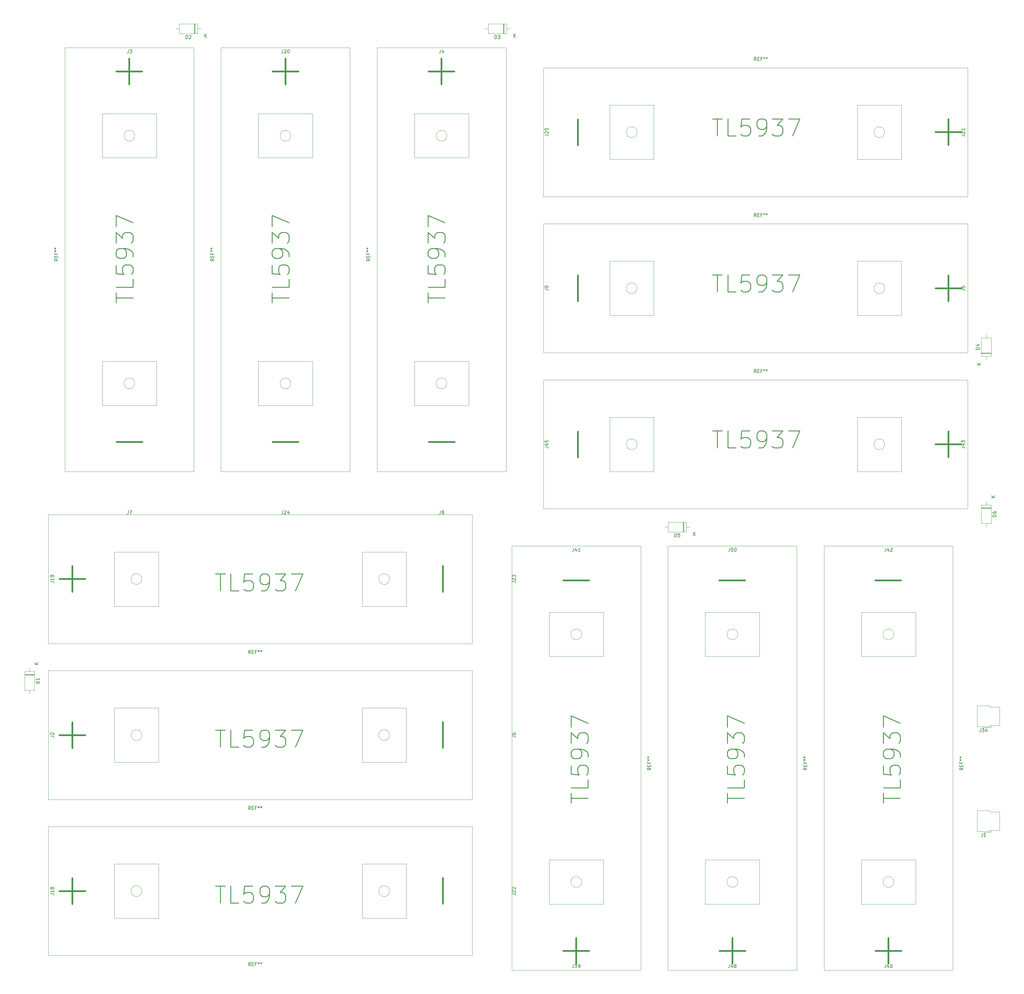
<source format=gbr>
G04 #@! TF.GenerationSoftware,KiCad,Pcbnew,5.1.4-e60b266~84~ubuntu18.04.1*
G04 #@! TF.CreationDate,2019-11-18T12:55:32-05:00*
G04 #@! TF.ProjectId,data_pod_battery_board,64617461-5f70-46f6-945f-626174746572,1*
G04 #@! TF.SameCoordinates,Original*
G04 #@! TF.FileFunction,Legend,Top*
G04 #@! TF.FilePolarity,Positive*
%FSLAX46Y46*%
G04 Gerber Fmt 4.6, Leading zero omitted, Abs format (unit mm)*
G04 Created by KiCad (PCBNEW 5.1.4-e60b266~84~ubuntu18.04.1) date 2019-11-18 12:55:32*
%MOMM*%
%LPD*%
G04 APERTURE LIST*
%ADD10C,0.120000*%
%ADD11C,0.150000*%
%ADD12C,0.250000*%
%ADD13C,0.500000*%
G04 APERTURE END LIST*
D10*
X397728152Y-199431848D02*
X394788152Y-199431848D01*
X397728152Y-199671848D02*
X394788152Y-199671848D01*
X397728152Y-199551848D02*
X394788152Y-199551848D01*
X396258152Y-205111848D02*
X396258152Y-204091848D01*
X396258152Y-197631848D02*
X396258152Y-198651848D01*
X397728152Y-204091848D02*
X397728152Y-198651848D01*
X394788152Y-204091848D02*
X397728152Y-204091848D01*
X394788152Y-198651848D02*
X394788152Y-204091848D01*
X397728152Y-198651848D02*
X394788152Y-198651848D01*
X307118152Y-206657848D02*
X307118152Y-203717848D01*
X306878152Y-206657848D02*
X306878152Y-203717848D01*
X306998152Y-206657848D02*
X306998152Y-203717848D01*
X301438152Y-205187848D02*
X302458152Y-205187848D01*
X308918152Y-205187848D02*
X307898152Y-205187848D01*
X302458152Y-206657848D02*
X307898152Y-206657848D01*
X302458152Y-203717848D02*
X302458152Y-206657848D01*
X307898152Y-203717848D02*
X302458152Y-203717848D01*
X307898152Y-206657848D02*
X307898152Y-203717848D01*
X139283152Y-228517848D02*
X152283152Y-228517848D01*
X152283152Y-228517848D02*
X152283152Y-212517848D01*
X139283152Y-212517848D02*
X152283152Y-212517848D01*
X139283152Y-228517848D02*
X139283152Y-212517848D01*
X220370652Y-220517848D02*
G75*
G03X220370652Y-220517848I-1587500J0D01*
G01*
X147370652Y-220517848D02*
G75*
G03X147370652Y-220517848I-1587500J0D01*
G01*
X119783152Y-239517848D02*
X244783152Y-239517848D01*
X244783152Y-201517848D02*
X244783152Y-239517848D01*
X119783152Y-201517848D02*
X244783152Y-201517848D01*
X119783152Y-239517848D02*
X119783152Y-201517848D01*
X212283152Y-228517848D02*
X212283152Y-212517848D01*
X212283152Y-212517848D02*
X225283152Y-212517848D01*
X225283152Y-228517848D02*
X225283152Y-212517848D01*
X212283152Y-228517848D02*
X225283152Y-228517848D01*
X139283152Y-274522848D02*
X152283152Y-274522848D01*
X152283152Y-274522848D02*
X152283152Y-258522848D01*
X139283152Y-258522848D02*
X152283152Y-258522848D01*
X139283152Y-274522848D02*
X139283152Y-258522848D01*
X220370652Y-266522848D02*
G75*
G03X220370652Y-266522848I-1587500J0D01*
G01*
X147370652Y-266522848D02*
G75*
G03X147370652Y-266522848I-1587500J0D01*
G01*
X119783152Y-285522848D02*
X244783152Y-285522848D01*
X244783152Y-247522848D02*
X244783152Y-285522848D01*
X119783152Y-247522848D02*
X244783152Y-247522848D01*
X119783152Y-285522848D02*
X119783152Y-247522848D01*
X212283152Y-274522848D02*
X212283152Y-258522848D01*
X212283152Y-258522848D02*
X225283152Y-258522848D01*
X225283152Y-274522848D02*
X225283152Y-258522848D01*
X212283152Y-274522848D02*
X225283152Y-274522848D01*
X139283152Y-320527848D02*
X152283152Y-320527848D01*
X152283152Y-320527848D02*
X152283152Y-304527848D01*
X139283152Y-304527848D02*
X152283152Y-304527848D01*
X139283152Y-320527848D02*
X139283152Y-304527848D01*
X220370652Y-312527848D02*
G75*
G03X220370652Y-312527848I-1587500J0D01*
G01*
X147370652Y-312527848D02*
G75*
G03X147370652Y-312527848I-1587500J0D01*
G01*
X119783152Y-331527848D02*
X244783152Y-331527848D01*
X244783152Y-293527848D02*
X244783152Y-331527848D01*
X119783152Y-293527848D02*
X244783152Y-293527848D01*
X119783152Y-331527848D02*
X119783152Y-293527848D01*
X212283152Y-320527848D02*
X212283152Y-304527848D01*
X212283152Y-304527848D02*
X225283152Y-304527848D01*
X225283152Y-320527848D02*
X225283152Y-304527848D01*
X212283152Y-320527848D02*
X225283152Y-320527848D01*
X283415652Y-316310348D02*
X283415652Y-303310348D01*
X283415652Y-303310348D02*
X267415652Y-303310348D01*
X267415652Y-316310348D02*
X267415652Y-303310348D01*
X283415652Y-316310348D02*
X267415652Y-316310348D01*
X277003152Y-236810348D02*
G75*
G03X277003152Y-236810348I-1587500J0D01*
G01*
X277003152Y-309810348D02*
G75*
G03X277003152Y-309810348I-1587500J0D01*
G01*
X294415652Y-335810348D02*
X294415652Y-210810348D01*
X256415652Y-210810348D02*
X294415652Y-210810348D01*
X256415652Y-335810348D02*
X256415652Y-210810348D01*
X294415652Y-335810348D02*
X256415652Y-335810348D01*
X283415652Y-243310348D02*
X267415652Y-243310348D01*
X267415652Y-243310348D02*
X267415652Y-230310348D01*
X283415652Y-230310348D02*
X267415652Y-230310348D01*
X283415652Y-243310348D02*
X283415652Y-230310348D01*
X329420652Y-316310348D02*
X329420652Y-303310348D01*
X329420652Y-303310348D02*
X313420652Y-303310348D01*
X313420652Y-316310348D02*
X313420652Y-303310348D01*
X329420652Y-316310348D02*
X313420652Y-316310348D01*
X323008152Y-236810348D02*
G75*
G03X323008152Y-236810348I-1587500J0D01*
G01*
X323008152Y-309810348D02*
G75*
G03X323008152Y-309810348I-1587500J0D01*
G01*
X340420652Y-335810348D02*
X340420652Y-210810348D01*
X302420652Y-210810348D02*
X340420652Y-210810348D01*
X302420652Y-335810348D02*
X302420652Y-210810348D01*
X340420652Y-335810348D02*
X302420652Y-335810348D01*
X329420652Y-243310348D02*
X313420652Y-243310348D01*
X313420652Y-243310348D02*
X313420652Y-230310348D01*
X329420652Y-230310348D02*
X313420652Y-230310348D01*
X329420652Y-243310348D02*
X329420652Y-230310348D01*
X375425652Y-243310348D02*
X375425652Y-230310348D01*
X375425652Y-230310348D02*
X359425652Y-230310348D01*
X359425652Y-243310348D02*
X359425652Y-230310348D01*
X375425652Y-243310348D02*
X359425652Y-243310348D01*
X386425652Y-335810348D02*
X348425652Y-335810348D01*
X348425652Y-335810348D02*
X348425652Y-210810348D01*
X348425652Y-210810348D02*
X386425652Y-210810348D01*
X386425652Y-335810348D02*
X386425652Y-210810348D01*
X369013152Y-309810348D02*
G75*
G03X369013152Y-309810348I-1587500J0D01*
G01*
X369013152Y-236810348D02*
G75*
G03X369013152Y-236810348I-1587500J0D01*
G01*
X375425652Y-316310348D02*
X359425652Y-316310348D01*
X359425652Y-316310348D02*
X359425652Y-303310348D01*
X375425652Y-303310348D02*
X359425652Y-303310348D01*
X375425652Y-316310348D02*
X375425652Y-303310348D01*
X298258152Y-172797848D02*
X285258152Y-172797848D01*
X285258152Y-172797848D02*
X285258152Y-188797848D01*
X298258152Y-188797848D02*
X285258152Y-188797848D01*
X298258152Y-172797848D02*
X298258152Y-188797848D01*
X390758152Y-161797848D02*
X390758152Y-199797848D01*
X390758152Y-199797848D02*
X265758152Y-199797848D01*
X265758152Y-199797848D02*
X265758152Y-161797848D01*
X390758152Y-161797848D02*
X265758152Y-161797848D01*
X366345652Y-180797848D02*
G75*
G03X366345652Y-180797848I-1587500J0D01*
G01*
X293345652Y-180797848D02*
G75*
G03X293345652Y-180797848I-1587500J0D01*
G01*
X371258152Y-172797848D02*
X371258152Y-188797848D01*
X371258152Y-188797848D02*
X358258152Y-188797848D01*
X358258152Y-172797848D02*
X358258152Y-188797848D01*
X371258152Y-172797848D02*
X358258152Y-172797848D01*
X298258152Y-126792848D02*
X285258152Y-126792848D01*
X285258152Y-126792848D02*
X285258152Y-142792848D01*
X298258152Y-142792848D02*
X285258152Y-142792848D01*
X298258152Y-126792848D02*
X298258152Y-142792848D01*
X390758152Y-115792848D02*
X390758152Y-153792848D01*
X390758152Y-153792848D02*
X265758152Y-153792848D01*
X265758152Y-153792848D02*
X265758152Y-115792848D01*
X390758152Y-115792848D02*
X265758152Y-115792848D01*
X366345652Y-134792848D02*
G75*
G03X366345652Y-134792848I-1587500J0D01*
G01*
X293345652Y-134792848D02*
G75*
G03X293345652Y-134792848I-1587500J0D01*
G01*
X371258152Y-126792848D02*
X371258152Y-142792848D01*
X371258152Y-142792848D02*
X358258152Y-142792848D01*
X358258152Y-126792848D02*
X358258152Y-142792848D01*
X371258152Y-126792848D02*
X358258152Y-126792848D01*
X371258152Y-80787848D02*
X358258152Y-80787848D01*
X358258152Y-80787848D02*
X358258152Y-96787848D01*
X371258152Y-96787848D02*
X358258152Y-96787848D01*
X371258152Y-80787848D02*
X371258152Y-96787848D01*
X293345652Y-88787848D02*
G75*
G03X293345652Y-88787848I-1587500J0D01*
G01*
X366345652Y-88787848D02*
G75*
G03X366345652Y-88787848I-1587500J0D01*
G01*
X390758152Y-69787848D02*
X265758152Y-69787848D01*
X265758152Y-107787848D02*
X265758152Y-69787848D01*
X390758152Y-107787848D02*
X265758152Y-107787848D01*
X390758152Y-69787848D02*
X390758152Y-107787848D01*
X298258152Y-80787848D02*
X298258152Y-96787848D01*
X298258152Y-96787848D02*
X285258152Y-96787848D01*
X285258152Y-80787848D02*
X285258152Y-96787848D01*
X298258152Y-80787848D02*
X285258152Y-80787848D01*
X227695652Y-83335348D02*
X227695652Y-96335348D01*
X227695652Y-96335348D02*
X243695652Y-96335348D01*
X243695652Y-83335348D02*
X243695652Y-96335348D01*
X227695652Y-83335348D02*
X243695652Y-83335348D01*
X237283152Y-162835348D02*
G75*
G03X237283152Y-162835348I-1587500J0D01*
G01*
X237283152Y-89835348D02*
G75*
G03X237283152Y-89835348I-1587500J0D01*
G01*
X216695652Y-63835348D02*
X216695652Y-188835348D01*
X254695652Y-188835348D02*
X216695652Y-188835348D01*
X254695652Y-63835348D02*
X254695652Y-188835348D01*
X216695652Y-63835348D02*
X254695652Y-63835348D01*
X227695652Y-156335348D02*
X243695652Y-156335348D01*
X243695652Y-156335348D02*
X243695652Y-169335348D01*
X227695652Y-169335348D02*
X243695652Y-169335348D01*
X227695652Y-156335348D02*
X227695652Y-169335348D01*
X181690652Y-83335348D02*
X181690652Y-96335348D01*
X181690652Y-96335348D02*
X197690652Y-96335348D01*
X197690652Y-83335348D02*
X197690652Y-96335348D01*
X181690652Y-83335348D02*
X197690652Y-83335348D01*
X191278152Y-162835348D02*
G75*
G03X191278152Y-162835348I-1587500J0D01*
G01*
X191278152Y-89835348D02*
G75*
G03X191278152Y-89835348I-1587500J0D01*
G01*
X170690652Y-63835348D02*
X170690652Y-188835348D01*
X208690652Y-188835348D02*
X170690652Y-188835348D01*
X208690652Y-63835348D02*
X208690652Y-188835348D01*
X170690652Y-63835348D02*
X208690652Y-63835348D01*
X181690652Y-156335348D02*
X197690652Y-156335348D01*
X197690652Y-156335348D02*
X197690652Y-169335348D01*
X181690652Y-169335348D02*
X197690652Y-169335348D01*
X181690652Y-156335348D02*
X181690652Y-169335348D01*
X135685652Y-156335348D02*
X135685652Y-169335348D01*
X135685652Y-169335348D02*
X151685652Y-169335348D01*
X151685652Y-156335348D02*
X151685652Y-169335348D01*
X135685652Y-156335348D02*
X151685652Y-156335348D01*
X124685652Y-63835348D02*
X162685652Y-63835348D01*
X162685652Y-63835348D02*
X162685652Y-188835348D01*
X162685652Y-188835348D02*
X124685652Y-188835348D01*
X124685652Y-63835348D02*
X124685652Y-188835348D01*
X145273152Y-89835348D02*
G75*
G03X145273152Y-89835348I-1587500J0D01*
G01*
X145273152Y-162835348D02*
G75*
G03X145273152Y-162835348I-1587500J0D01*
G01*
X135685652Y-83335348D02*
X151685652Y-83335348D01*
X151685652Y-83335348D02*
X151685652Y-96335348D01*
X135685652Y-96335348D02*
X151685652Y-96335348D01*
X135685652Y-83335348D02*
X135685652Y-96335348D01*
X394788152Y-154035848D02*
X397728152Y-154035848D01*
X394788152Y-153795848D02*
X397728152Y-153795848D01*
X394788152Y-153915848D02*
X397728152Y-153915848D01*
X396258152Y-148355848D02*
X396258152Y-149375848D01*
X396258152Y-155835848D02*
X396258152Y-154815848D01*
X394788152Y-149375848D02*
X394788152Y-154815848D01*
X397728152Y-149375848D02*
X394788152Y-149375848D01*
X397728152Y-154815848D02*
X397728152Y-149375848D01*
X394788152Y-154815848D02*
X397728152Y-154815848D01*
X254118152Y-59757848D02*
X254118152Y-56817848D01*
X253878152Y-59757848D02*
X253878152Y-56817848D01*
X253998152Y-59757848D02*
X253998152Y-56817848D01*
X248438152Y-58287848D02*
X249458152Y-58287848D01*
X255918152Y-58287848D02*
X254898152Y-58287848D01*
X249458152Y-59757848D02*
X254898152Y-59757848D01*
X249458152Y-56817848D02*
X249458152Y-59757848D01*
X254898152Y-56817848D02*
X249458152Y-56817848D01*
X254898152Y-59757848D02*
X254898152Y-56817848D01*
X163018152Y-59757848D02*
X163018152Y-56817848D01*
X162778152Y-59757848D02*
X162778152Y-56817848D01*
X162898152Y-59757848D02*
X162898152Y-56817848D01*
X157338152Y-58287848D02*
X158358152Y-58287848D01*
X164818152Y-58287848D02*
X163798152Y-58287848D01*
X158358152Y-59757848D02*
X163798152Y-59757848D01*
X158358152Y-56817848D02*
X158358152Y-59757848D01*
X163798152Y-56817848D02*
X158358152Y-56817848D01*
X163798152Y-59757848D02*
X163798152Y-56817848D01*
X115738152Y-248587848D02*
X112798152Y-248587848D01*
X115738152Y-248827848D02*
X112798152Y-248827848D01*
X115738152Y-248707848D02*
X112798152Y-248707848D01*
X114268152Y-254267848D02*
X114268152Y-253247848D01*
X114268152Y-246787848D02*
X114268152Y-247807848D01*
X115738152Y-253247848D02*
X115738152Y-247807848D01*
X112798152Y-253247848D02*
X115738152Y-253247848D01*
X112798152Y-247807848D02*
X112798152Y-253247848D01*
X115738152Y-247807848D02*
X112798152Y-247807848D01*
X393608152Y-291837848D02*
X393608152Y-294917848D01*
X393608152Y-294917848D02*
X397308152Y-294917848D01*
X397308152Y-294917848D02*
X397308152Y-294547848D01*
X397308152Y-294547848D02*
X400168152Y-294547848D01*
X400168152Y-294547848D02*
X400168152Y-291837848D01*
X393608152Y-291837848D02*
X393608152Y-288757848D01*
X393608152Y-288757848D02*
X397308152Y-288757848D01*
X397308152Y-288757848D02*
X397308152Y-289127848D01*
X397308152Y-289127848D02*
X400168152Y-289127848D01*
X400168152Y-289127848D02*
X400168152Y-291837848D01*
X395458152Y-295217848D02*
X397608152Y-295217848D01*
X397608152Y-295217848D02*
X397608152Y-294547848D01*
X397608152Y-264317848D02*
X397608152Y-263647848D01*
X395458152Y-264317848D02*
X397608152Y-264317848D01*
X400168152Y-258227848D02*
X400168152Y-260937848D01*
X397308152Y-258227848D02*
X400168152Y-258227848D01*
X397308152Y-257857848D02*
X397308152Y-258227848D01*
X393608152Y-257857848D02*
X397308152Y-257857848D01*
X393608152Y-260937848D02*
X393608152Y-257857848D01*
X400168152Y-263647848D02*
X400168152Y-260937848D01*
X397308152Y-263647848D02*
X400168152Y-263647848D01*
X397308152Y-264017848D02*
X397308152Y-263647848D01*
X393608152Y-264017848D02*
X397308152Y-264017848D01*
X393608152Y-260937848D02*
X393608152Y-264017848D01*
D11*
X320631128Y-211380228D02*
X320631128Y-212094514D01*
X320583509Y-212237371D01*
X320488271Y-212332609D01*
X320345413Y-212380228D01*
X320250175Y-212380228D01*
X321583509Y-211380228D02*
X321107318Y-211380228D01*
X321059699Y-211856419D01*
X321107318Y-211808800D01*
X321202556Y-211761181D01*
X321440652Y-211761181D01*
X321535890Y-211808800D01*
X321583509Y-211856419D01*
X321631128Y-211951657D01*
X321631128Y-212189752D01*
X321583509Y-212284990D01*
X321535890Y-212332609D01*
X321440652Y-212380228D01*
X321202556Y-212380228D01*
X321107318Y-212332609D01*
X321059699Y-212284990D01*
X322250175Y-211380228D02*
X322345413Y-211380228D01*
X322440652Y-211427848D01*
X322488271Y-211475467D01*
X322535890Y-211570705D01*
X322583509Y-211761181D01*
X322583509Y-211999276D01*
X322535890Y-212189752D01*
X322488271Y-212284990D01*
X322440652Y-212332609D01*
X322345413Y-212380228D01*
X322250175Y-212380228D01*
X322154937Y-212332609D01*
X322107318Y-212284990D01*
X322059699Y-212189752D01*
X322012080Y-211999276D01*
X322012080Y-211761181D01*
X322059699Y-211570705D01*
X322107318Y-211475467D01*
X322154937Y-211427848D01*
X322250175Y-211380228D01*
X320591128Y-334100228D02*
X320591128Y-334814514D01*
X320543509Y-334957371D01*
X320448271Y-335052609D01*
X320305413Y-335100228D01*
X320210175Y-335100228D01*
X321495890Y-334433562D02*
X321495890Y-335100228D01*
X321257794Y-334052609D02*
X321019699Y-334766895D01*
X321638747Y-334766895D01*
X322162556Y-334528800D02*
X322067318Y-334481181D01*
X322019699Y-334433562D01*
X321972080Y-334338324D01*
X321972080Y-334290705D01*
X322019699Y-334195467D01*
X322067318Y-334147848D01*
X322162556Y-334100228D01*
X322353032Y-334100228D01*
X322448271Y-334147848D01*
X322495890Y-334195467D01*
X322543509Y-334290705D01*
X322543509Y-334338324D01*
X322495890Y-334433562D01*
X322448271Y-334481181D01*
X322353032Y-334528800D01*
X322162556Y-334528800D01*
X322067318Y-334576419D01*
X322019699Y-334624038D01*
X321972080Y-334719276D01*
X321972080Y-334909752D01*
X322019699Y-335004990D01*
X322067318Y-335052609D01*
X322162556Y-335100228D01*
X322353032Y-335100228D01*
X322448271Y-335052609D01*
X322495890Y-335004990D01*
X322543509Y-334909752D01*
X322543509Y-334719276D01*
X322495890Y-334624038D01*
X322448271Y-334576419D01*
X322353032Y-334528800D01*
X266150532Y-181587371D02*
X266864818Y-181587371D01*
X267007675Y-181634990D01*
X267102913Y-181730228D01*
X267150532Y-181873086D01*
X267150532Y-181968324D01*
X266483866Y-180682609D02*
X267150532Y-180682609D01*
X266102913Y-180920705D02*
X266817199Y-181158800D01*
X266817199Y-180539752D01*
X266150532Y-179682609D02*
X266150532Y-180158800D01*
X266626723Y-180206419D01*
X266579104Y-180158800D01*
X266531485Y-180063562D01*
X266531485Y-179825467D01*
X266579104Y-179730228D01*
X266626723Y-179682609D01*
X266721961Y-179634990D01*
X266960056Y-179634990D01*
X267055294Y-179682609D01*
X267102913Y-179730228D01*
X267150532Y-179825467D01*
X267150532Y-180063562D01*
X267102913Y-180158800D01*
X267055294Y-180206419D01*
X388980532Y-181627371D02*
X389694818Y-181627371D01*
X389837675Y-181674990D01*
X389932913Y-181770228D01*
X389980532Y-181913086D01*
X389980532Y-182008324D01*
X389313866Y-180722609D02*
X389980532Y-180722609D01*
X388932913Y-180960705D02*
X389647199Y-181198800D01*
X389647199Y-180579752D01*
X388980532Y-180294038D02*
X388980532Y-179674990D01*
X389361485Y-180008324D01*
X389361485Y-179865467D01*
X389409104Y-179770228D01*
X389456723Y-179722609D01*
X389551961Y-179674990D01*
X389790056Y-179674990D01*
X389885294Y-179722609D01*
X389932913Y-179770228D01*
X389980532Y-179865467D01*
X389980532Y-180151181D01*
X389932913Y-180246419D01*
X389885294Y-180294038D01*
X366636128Y-211380228D02*
X366636128Y-212094514D01*
X366588509Y-212237371D01*
X366493271Y-212332609D01*
X366350413Y-212380228D01*
X366255175Y-212380228D01*
X367540890Y-211713562D02*
X367540890Y-212380228D01*
X367302794Y-211332609D02*
X367064699Y-212046895D01*
X367683747Y-212046895D01*
X368017080Y-211475467D02*
X368064699Y-211427848D01*
X368159937Y-211380228D01*
X368398032Y-211380228D01*
X368493271Y-211427848D01*
X368540890Y-211475467D01*
X368588509Y-211570705D01*
X368588509Y-211665943D01*
X368540890Y-211808800D01*
X367969461Y-212380228D01*
X368588509Y-212380228D01*
X274626128Y-211380228D02*
X274626128Y-212094514D01*
X274578509Y-212237371D01*
X274483271Y-212332609D01*
X274340413Y-212380228D01*
X274245175Y-212380228D01*
X275530890Y-211713562D02*
X275530890Y-212380228D01*
X275292794Y-211332609D02*
X275054699Y-212046895D01*
X275673747Y-212046895D01*
X276578509Y-212380228D02*
X276007080Y-212380228D01*
X276292794Y-212380228D02*
X276292794Y-211380228D01*
X276197556Y-211523086D01*
X276102318Y-211618324D01*
X276007080Y-211665943D01*
X366596128Y-334100228D02*
X366596128Y-334814514D01*
X366548509Y-334957371D01*
X366453271Y-335052609D01*
X366310413Y-335100228D01*
X366215175Y-335100228D01*
X367500890Y-334433562D02*
X367500890Y-335100228D01*
X367262794Y-334052609D02*
X367024699Y-334766895D01*
X367643747Y-334766895D01*
X368215175Y-334100228D02*
X368310413Y-334100228D01*
X368405652Y-334147848D01*
X368453271Y-334195467D01*
X368500890Y-334290705D01*
X368548509Y-334481181D01*
X368548509Y-334719276D01*
X368500890Y-334909752D01*
X368453271Y-335004990D01*
X368405652Y-335052609D01*
X368310413Y-335100228D01*
X368215175Y-335100228D01*
X368119937Y-335052609D01*
X368072318Y-335004990D01*
X368024699Y-334909752D01*
X367977080Y-334719276D01*
X367977080Y-334481181D01*
X368024699Y-334290705D01*
X368072318Y-334195467D01*
X368119937Y-334147848D01*
X368215175Y-334100228D01*
X274586128Y-334100228D02*
X274586128Y-334814514D01*
X274538509Y-334957371D01*
X274443271Y-335052609D01*
X274300413Y-335100228D01*
X274205175Y-335100228D01*
X274967080Y-334100228D02*
X275586128Y-334100228D01*
X275252794Y-334481181D01*
X275395652Y-334481181D01*
X275490890Y-334528800D01*
X275538509Y-334576419D01*
X275586128Y-334671657D01*
X275586128Y-334909752D01*
X275538509Y-335004990D01*
X275490890Y-335052609D01*
X275395652Y-335100228D01*
X275109937Y-335100228D01*
X275014699Y-335052609D01*
X274967080Y-335004990D01*
X276062318Y-335100228D02*
X276252794Y-335100228D01*
X276348032Y-335052609D01*
X276395652Y-335004990D01*
X276490890Y-334862133D01*
X276538509Y-334671657D01*
X276538509Y-334290705D01*
X276490890Y-334195467D01*
X276443271Y-334147848D01*
X276348032Y-334100228D01*
X276157556Y-334100228D01*
X276062318Y-334147848D01*
X276014699Y-334195467D01*
X275967080Y-334290705D01*
X275967080Y-334528800D01*
X276014699Y-334624038D01*
X276062318Y-334671657D01*
X276157556Y-334719276D01*
X276348032Y-334719276D01*
X276443271Y-334671657D01*
X276490890Y-334624038D01*
X276538509Y-334528800D01*
X399180532Y-202109943D02*
X398180532Y-202109943D01*
X398180532Y-201871848D01*
X398228152Y-201728990D01*
X398323390Y-201633752D01*
X398418628Y-201586133D01*
X398609104Y-201538514D01*
X398751961Y-201538514D01*
X398942437Y-201586133D01*
X399037675Y-201633752D01*
X399132913Y-201728990D01*
X399180532Y-201871848D01*
X399180532Y-202109943D01*
X398180532Y-200681371D02*
X398180532Y-200871848D01*
X398228152Y-200967086D01*
X398275771Y-201014705D01*
X398418628Y-201109943D01*
X398609104Y-201157562D01*
X398990056Y-201157562D01*
X399085294Y-201109943D01*
X399132913Y-201062324D01*
X399180532Y-200967086D01*
X399180532Y-200776609D01*
X399132913Y-200681371D01*
X399085294Y-200633752D01*
X398990056Y-200586133D01*
X398751961Y-200586133D01*
X398656723Y-200633752D01*
X398609104Y-200681371D01*
X398561485Y-200776609D01*
X398561485Y-200967086D01*
X398609104Y-201062324D01*
X398656723Y-201109943D01*
X398751961Y-201157562D01*
X398810532Y-196553752D02*
X397810532Y-196553752D01*
X398810532Y-195982324D02*
X398239104Y-196410895D01*
X397810532Y-195982324D02*
X398381961Y-196553752D01*
X304440056Y-208110228D02*
X304440056Y-207110228D01*
X304678152Y-207110228D01*
X304821009Y-207157848D01*
X304916247Y-207253086D01*
X304963866Y-207348324D01*
X305011485Y-207538800D01*
X305011485Y-207681657D01*
X304963866Y-207872133D01*
X304916247Y-207967371D01*
X304821009Y-208062609D01*
X304678152Y-208110228D01*
X304440056Y-208110228D01*
X305916247Y-207110228D02*
X305440056Y-207110228D01*
X305392437Y-207586419D01*
X305440056Y-207538800D01*
X305535294Y-207491181D01*
X305773390Y-207491181D01*
X305868628Y-207538800D01*
X305916247Y-207586419D01*
X305963866Y-207681657D01*
X305963866Y-207919752D01*
X305916247Y-208014990D01*
X305868628Y-208062609D01*
X305773390Y-208110228D01*
X305535294Y-208110228D01*
X305440056Y-208062609D01*
X305392437Y-208014990D01*
X309996247Y-207740228D02*
X309996247Y-206740228D01*
X310567675Y-207740228D02*
X310139104Y-207168800D01*
X310567675Y-206740228D02*
X309996247Y-207311657D01*
X179409818Y-242510228D02*
X179076485Y-242034038D01*
X178838390Y-242510228D02*
X178838390Y-241510228D01*
X179219342Y-241510228D01*
X179314580Y-241557848D01*
X179362199Y-241605467D01*
X179409818Y-241700705D01*
X179409818Y-241843562D01*
X179362199Y-241938800D01*
X179314580Y-241986419D01*
X179219342Y-242034038D01*
X178838390Y-242034038D01*
X179838390Y-241986419D02*
X180171723Y-241986419D01*
X180314580Y-242510228D02*
X179838390Y-242510228D01*
X179838390Y-241510228D01*
X180314580Y-241510228D01*
X181076485Y-241986419D02*
X180743152Y-241986419D01*
X180743152Y-242510228D02*
X180743152Y-241510228D01*
X181219342Y-241510228D01*
X181743152Y-241510228D02*
X181743152Y-241748324D01*
X181505056Y-241653086D02*
X181743152Y-241748324D01*
X181981247Y-241653086D01*
X181600294Y-241938800D02*
X181743152Y-241748324D01*
X181886009Y-241938800D01*
X182505056Y-241510228D02*
X182505056Y-241748324D01*
X182266961Y-241653086D02*
X182505056Y-241748324D01*
X182743152Y-241653086D01*
X182362199Y-241938800D02*
X182505056Y-241748324D01*
X182647913Y-241938800D01*
D12*
X169036961Y-218999752D02*
X171894104Y-218999752D01*
X170465532Y-223999752D02*
X170465532Y-218999752D01*
X175941723Y-223999752D02*
X173560771Y-223999752D01*
X173560771Y-218999752D01*
X179989342Y-218999752D02*
X177608390Y-218999752D01*
X177370294Y-221380705D01*
X177608390Y-221142609D01*
X178084580Y-220904514D01*
X179275056Y-220904514D01*
X179751247Y-221142609D01*
X179989342Y-221380705D01*
X180227437Y-221856895D01*
X180227437Y-223047371D01*
X179989342Y-223523562D01*
X179751247Y-223761657D01*
X179275056Y-223999752D01*
X178084580Y-223999752D01*
X177608390Y-223761657D01*
X177370294Y-223523562D01*
X182608390Y-223999752D02*
X183560771Y-223999752D01*
X184036961Y-223761657D01*
X184275056Y-223523562D01*
X184751247Y-222809276D01*
X184989342Y-221856895D01*
X184989342Y-219952133D01*
X184751247Y-219475943D01*
X184513152Y-219237848D01*
X184036961Y-218999752D01*
X183084580Y-218999752D01*
X182608390Y-219237848D01*
X182370294Y-219475943D01*
X182132199Y-219952133D01*
X182132199Y-221142609D01*
X182370294Y-221618800D01*
X182608390Y-221856895D01*
X183084580Y-222094990D01*
X184036961Y-222094990D01*
X184513152Y-221856895D01*
X184751247Y-221618800D01*
X184989342Y-221142609D01*
X186656009Y-218999752D02*
X189751247Y-218999752D01*
X188084580Y-220904514D01*
X188798866Y-220904514D01*
X189275056Y-221142609D01*
X189513152Y-221380705D01*
X189751247Y-221856895D01*
X189751247Y-223047371D01*
X189513152Y-223523562D01*
X189275056Y-223761657D01*
X188798866Y-223999752D01*
X187370294Y-223999752D01*
X186894104Y-223761657D01*
X186656009Y-223523562D01*
X191417913Y-218999752D02*
X194751247Y-218999752D01*
X192608390Y-223999752D01*
D13*
X126847437Y-224327371D02*
X126847437Y-216708324D01*
X130656961Y-220517848D02*
X123037913Y-220517848D01*
X236067437Y-224277371D02*
X236067437Y-216658324D01*
D11*
X179409818Y-288515228D02*
X179076485Y-288039038D01*
X178838390Y-288515228D02*
X178838390Y-287515228D01*
X179219342Y-287515228D01*
X179314580Y-287562848D01*
X179362199Y-287610467D01*
X179409818Y-287705705D01*
X179409818Y-287848562D01*
X179362199Y-287943800D01*
X179314580Y-287991419D01*
X179219342Y-288039038D01*
X178838390Y-288039038D01*
X179838390Y-287991419D02*
X180171723Y-287991419D01*
X180314580Y-288515228D02*
X179838390Y-288515228D01*
X179838390Y-287515228D01*
X180314580Y-287515228D01*
X181076485Y-287991419D02*
X180743152Y-287991419D01*
X180743152Y-288515228D02*
X180743152Y-287515228D01*
X181219342Y-287515228D01*
X181743152Y-287515228D02*
X181743152Y-287753324D01*
X181505056Y-287658086D02*
X181743152Y-287753324D01*
X181981247Y-287658086D01*
X181600294Y-287943800D02*
X181743152Y-287753324D01*
X181886009Y-287943800D01*
X182505056Y-287515228D02*
X182505056Y-287753324D01*
X182266961Y-287658086D02*
X182505056Y-287753324D01*
X182743152Y-287658086D01*
X182362199Y-287943800D02*
X182505056Y-287753324D01*
X182647913Y-287943800D01*
D12*
X169036961Y-265004752D02*
X171894104Y-265004752D01*
X170465532Y-270004752D02*
X170465532Y-265004752D01*
X175941723Y-270004752D02*
X173560771Y-270004752D01*
X173560771Y-265004752D01*
X179989342Y-265004752D02*
X177608390Y-265004752D01*
X177370294Y-267385705D01*
X177608390Y-267147609D01*
X178084580Y-266909514D01*
X179275056Y-266909514D01*
X179751247Y-267147609D01*
X179989342Y-267385705D01*
X180227437Y-267861895D01*
X180227437Y-269052371D01*
X179989342Y-269528562D01*
X179751247Y-269766657D01*
X179275056Y-270004752D01*
X178084580Y-270004752D01*
X177608390Y-269766657D01*
X177370294Y-269528562D01*
X182608390Y-270004752D02*
X183560771Y-270004752D01*
X184036961Y-269766657D01*
X184275056Y-269528562D01*
X184751247Y-268814276D01*
X184989342Y-267861895D01*
X184989342Y-265957133D01*
X184751247Y-265480943D01*
X184513152Y-265242848D01*
X184036961Y-265004752D01*
X183084580Y-265004752D01*
X182608390Y-265242848D01*
X182370294Y-265480943D01*
X182132199Y-265957133D01*
X182132199Y-267147609D01*
X182370294Y-267623800D01*
X182608390Y-267861895D01*
X183084580Y-268099990D01*
X184036961Y-268099990D01*
X184513152Y-267861895D01*
X184751247Y-267623800D01*
X184989342Y-267147609D01*
X186656009Y-265004752D02*
X189751247Y-265004752D01*
X188084580Y-266909514D01*
X188798866Y-266909514D01*
X189275056Y-267147609D01*
X189513152Y-267385705D01*
X189751247Y-267861895D01*
X189751247Y-269052371D01*
X189513152Y-269528562D01*
X189275056Y-269766657D01*
X188798866Y-270004752D01*
X187370294Y-270004752D01*
X186894104Y-269766657D01*
X186656009Y-269528562D01*
X191417913Y-265004752D02*
X194751247Y-265004752D01*
X192608390Y-270004752D01*
D13*
X126847437Y-270332371D02*
X126847437Y-262713324D01*
X130656961Y-266522848D02*
X123037913Y-266522848D01*
X236067437Y-270282371D02*
X236067437Y-262663324D01*
D11*
X179409818Y-334520228D02*
X179076485Y-334044038D01*
X178838390Y-334520228D02*
X178838390Y-333520228D01*
X179219342Y-333520228D01*
X179314580Y-333567848D01*
X179362199Y-333615467D01*
X179409818Y-333710705D01*
X179409818Y-333853562D01*
X179362199Y-333948800D01*
X179314580Y-333996419D01*
X179219342Y-334044038D01*
X178838390Y-334044038D01*
X179838390Y-333996419D02*
X180171723Y-333996419D01*
X180314580Y-334520228D02*
X179838390Y-334520228D01*
X179838390Y-333520228D01*
X180314580Y-333520228D01*
X181076485Y-333996419D02*
X180743152Y-333996419D01*
X180743152Y-334520228D02*
X180743152Y-333520228D01*
X181219342Y-333520228D01*
X181743152Y-333520228D02*
X181743152Y-333758324D01*
X181505056Y-333663086D02*
X181743152Y-333758324D01*
X181981247Y-333663086D01*
X181600294Y-333948800D02*
X181743152Y-333758324D01*
X181886009Y-333948800D01*
X182505056Y-333520228D02*
X182505056Y-333758324D01*
X182266961Y-333663086D02*
X182505056Y-333758324D01*
X182743152Y-333663086D01*
X182362199Y-333948800D02*
X182505056Y-333758324D01*
X182647913Y-333948800D01*
D12*
X169036961Y-311009752D02*
X171894104Y-311009752D01*
X170465532Y-316009752D02*
X170465532Y-311009752D01*
X175941723Y-316009752D02*
X173560771Y-316009752D01*
X173560771Y-311009752D01*
X179989342Y-311009752D02*
X177608390Y-311009752D01*
X177370294Y-313390705D01*
X177608390Y-313152609D01*
X178084580Y-312914514D01*
X179275056Y-312914514D01*
X179751247Y-313152609D01*
X179989342Y-313390705D01*
X180227437Y-313866895D01*
X180227437Y-315057371D01*
X179989342Y-315533562D01*
X179751247Y-315771657D01*
X179275056Y-316009752D01*
X178084580Y-316009752D01*
X177608390Y-315771657D01*
X177370294Y-315533562D01*
X182608390Y-316009752D02*
X183560771Y-316009752D01*
X184036961Y-315771657D01*
X184275056Y-315533562D01*
X184751247Y-314819276D01*
X184989342Y-313866895D01*
X184989342Y-311962133D01*
X184751247Y-311485943D01*
X184513152Y-311247848D01*
X184036961Y-311009752D01*
X183084580Y-311009752D01*
X182608390Y-311247848D01*
X182370294Y-311485943D01*
X182132199Y-311962133D01*
X182132199Y-313152609D01*
X182370294Y-313628800D01*
X182608390Y-313866895D01*
X183084580Y-314104990D01*
X184036961Y-314104990D01*
X184513152Y-313866895D01*
X184751247Y-313628800D01*
X184989342Y-313152609D01*
X186656009Y-311009752D02*
X189751247Y-311009752D01*
X188084580Y-312914514D01*
X188798866Y-312914514D01*
X189275056Y-313152609D01*
X189513152Y-313390705D01*
X189751247Y-313866895D01*
X189751247Y-315057371D01*
X189513152Y-315533562D01*
X189275056Y-315771657D01*
X188798866Y-316009752D01*
X187370294Y-316009752D01*
X186894104Y-315771657D01*
X186656009Y-315533562D01*
X191417913Y-311009752D02*
X194751247Y-311009752D01*
X192608390Y-316009752D01*
D13*
X126847437Y-316337371D02*
X126847437Y-308718324D01*
X130656961Y-312527848D02*
X123037913Y-312527848D01*
X236067437Y-316287371D02*
X236067437Y-308668324D01*
D11*
X297408032Y-276183681D02*
X296931842Y-276517014D01*
X297408032Y-276755109D02*
X296408032Y-276755109D01*
X296408032Y-276374157D01*
X296455652Y-276278919D01*
X296503271Y-276231300D01*
X296598509Y-276183681D01*
X296741366Y-276183681D01*
X296836604Y-276231300D01*
X296884223Y-276278919D01*
X296931842Y-276374157D01*
X296931842Y-276755109D01*
X296884223Y-275755109D02*
X296884223Y-275421776D01*
X297408032Y-275278919D02*
X297408032Y-275755109D01*
X296408032Y-275755109D01*
X296408032Y-275278919D01*
X296884223Y-274517014D02*
X296884223Y-274850348D01*
X297408032Y-274850348D02*
X296408032Y-274850348D01*
X296408032Y-274374157D01*
X296408032Y-273850348D02*
X296646128Y-273850348D01*
X296550890Y-274088443D02*
X296646128Y-273850348D01*
X296550890Y-273612252D01*
X296836604Y-273993205D02*
X296646128Y-273850348D01*
X296836604Y-273707490D01*
X296408032Y-273088443D02*
X296646128Y-273088443D01*
X296550890Y-273326538D02*
X296646128Y-273088443D01*
X296550890Y-272850348D01*
X296836604Y-273231300D02*
X296646128Y-273088443D01*
X296836604Y-272945586D01*
D12*
X273897556Y-286556538D02*
X273897556Y-283699395D01*
X278897556Y-285127967D02*
X273897556Y-285127967D01*
X278897556Y-279651776D02*
X278897556Y-282032728D01*
X273897556Y-282032728D01*
X273897556Y-275604157D02*
X273897556Y-277985109D01*
X276278509Y-278223205D01*
X276040413Y-277985109D01*
X275802318Y-277508919D01*
X275802318Y-276318443D01*
X276040413Y-275842252D01*
X276278509Y-275604157D01*
X276754699Y-275366062D01*
X277945175Y-275366062D01*
X278421366Y-275604157D01*
X278659461Y-275842252D01*
X278897556Y-276318443D01*
X278897556Y-277508919D01*
X278659461Y-277985109D01*
X278421366Y-278223205D01*
X278897556Y-272985109D02*
X278897556Y-272032728D01*
X278659461Y-271556538D01*
X278421366Y-271318443D01*
X277707080Y-270842252D01*
X276754699Y-270604157D01*
X274849937Y-270604157D01*
X274373747Y-270842252D01*
X274135652Y-271080348D01*
X273897556Y-271556538D01*
X273897556Y-272508919D01*
X274135652Y-272985109D01*
X274373747Y-273223205D01*
X274849937Y-273461300D01*
X276040413Y-273461300D01*
X276516604Y-273223205D01*
X276754699Y-272985109D01*
X276992794Y-272508919D01*
X276992794Y-271556538D01*
X276754699Y-271080348D01*
X276516604Y-270842252D01*
X276040413Y-270604157D01*
X273897556Y-268937490D02*
X273897556Y-265842252D01*
X275802318Y-267508919D01*
X275802318Y-266794633D01*
X276040413Y-266318443D01*
X276278509Y-266080348D01*
X276754699Y-265842252D01*
X277945175Y-265842252D01*
X278421366Y-266080348D01*
X278659461Y-266318443D01*
X278897556Y-266794633D01*
X278897556Y-268223205D01*
X278659461Y-268699395D01*
X278421366Y-268937490D01*
X273897556Y-264175586D02*
X273897556Y-260842252D01*
X278897556Y-262985109D01*
D13*
X271606128Y-330174633D02*
X279225175Y-330174633D01*
X275415652Y-333984157D02*
X275415652Y-326365109D01*
X271556128Y-220954633D02*
X279175175Y-220954633D01*
D11*
X343413032Y-276183681D02*
X342936842Y-276517014D01*
X343413032Y-276755109D02*
X342413032Y-276755109D01*
X342413032Y-276374157D01*
X342460652Y-276278919D01*
X342508271Y-276231300D01*
X342603509Y-276183681D01*
X342746366Y-276183681D01*
X342841604Y-276231300D01*
X342889223Y-276278919D01*
X342936842Y-276374157D01*
X342936842Y-276755109D01*
X342889223Y-275755109D02*
X342889223Y-275421776D01*
X343413032Y-275278919D02*
X343413032Y-275755109D01*
X342413032Y-275755109D01*
X342413032Y-275278919D01*
X342889223Y-274517014D02*
X342889223Y-274850348D01*
X343413032Y-274850348D02*
X342413032Y-274850348D01*
X342413032Y-274374157D01*
X342413032Y-273850348D02*
X342651128Y-273850348D01*
X342555890Y-274088443D02*
X342651128Y-273850348D01*
X342555890Y-273612252D01*
X342841604Y-273993205D02*
X342651128Y-273850348D01*
X342841604Y-273707490D01*
X342413032Y-273088443D02*
X342651128Y-273088443D01*
X342555890Y-273326538D02*
X342651128Y-273088443D01*
X342555890Y-272850348D01*
X342841604Y-273231300D02*
X342651128Y-273088443D01*
X342841604Y-272945586D01*
D12*
X319902556Y-286556538D02*
X319902556Y-283699395D01*
X324902556Y-285127967D02*
X319902556Y-285127967D01*
X324902556Y-279651776D02*
X324902556Y-282032728D01*
X319902556Y-282032728D01*
X319902556Y-275604157D02*
X319902556Y-277985109D01*
X322283509Y-278223205D01*
X322045413Y-277985109D01*
X321807318Y-277508919D01*
X321807318Y-276318443D01*
X322045413Y-275842252D01*
X322283509Y-275604157D01*
X322759699Y-275366062D01*
X323950175Y-275366062D01*
X324426366Y-275604157D01*
X324664461Y-275842252D01*
X324902556Y-276318443D01*
X324902556Y-277508919D01*
X324664461Y-277985109D01*
X324426366Y-278223205D01*
X324902556Y-272985109D02*
X324902556Y-272032728D01*
X324664461Y-271556538D01*
X324426366Y-271318443D01*
X323712080Y-270842252D01*
X322759699Y-270604157D01*
X320854937Y-270604157D01*
X320378747Y-270842252D01*
X320140652Y-271080348D01*
X319902556Y-271556538D01*
X319902556Y-272508919D01*
X320140652Y-272985109D01*
X320378747Y-273223205D01*
X320854937Y-273461300D01*
X322045413Y-273461300D01*
X322521604Y-273223205D01*
X322759699Y-272985109D01*
X322997794Y-272508919D01*
X322997794Y-271556538D01*
X322759699Y-271080348D01*
X322521604Y-270842252D01*
X322045413Y-270604157D01*
X319902556Y-268937490D02*
X319902556Y-265842252D01*
X321807318Y-267508919D01*
X321807318Y-266794633D01*
X322045413Y-266318443D01*
X322283509Y-266080348D01*
X322759699Y-265842252D01*
X323950175Y-265842252D01*
X324426366Y-266080348D01*
X324664461Y-266318443D01*
X324902556Y-266794633D01*
X324902556Y-268223205D01*
X324664461Y-268699395D01*
X324426366Y-268937490D01*
X319902556Y-264175586D02*
X319902556Y-260842252D01*
X324902556Y-262985109D01*
D13*
X317611128Y-330174633D02*
X325230175Y-330174633D01*
X321420652Y-333984157D02*
X321420652Y-326365109D01*
X317561128Y-220954633D02*
X325180175Y-220954633D01*
D11*
X389418032Y-276183681D02*
X388941842Y-276517014D01*
X389418032Y-276755109D02*
X388418032Y-276755109D01*
X388418032Y-276374157D01*
X388465652Y-276278919D01*
X388513271Y-276231300D01*
X388608509Y-276183681D01*
X388751366Y-276183681D01*
X388846604Y-276231300D01*
X388894223Y-276278919D01*
X388941842Y-276374157D01*
X388941842Y-276755109D01*
X388894223Y-275755109D02*
X388894223Y-275421776D01*
X389418032Y-275278919D02*
X389418032Y-275755109D01*
X388418032Y-275755109D01*
X388418032Y-275278919D01*
X388894223Y-274517014D02*
X388894223Y-274850348D01*
X389418032Y-274850348D02*
X388418032Y-274850348D01*
X388418032Y-274374157D01*
X388418032Y-273850348D02*
X388656128Y-273850348D01*
X388560890Y-274088443D02*
X388656128Y-273850348D01*
X388560890Y-273612252D01*
X388846604Y-273993205D02*
X388656128Y-273850348D01*
X388846604Y-273707490D01*
X388418032Y-273088443D02*
X388656128Y-273088443D01*
X388560890Y-273326538D02*
X388656128Y-273088443D01*
X388560890Y-272850348D01*
X388846604Y-273231300D02*
X388656128Y-273088443D01*
X388846604Y-272945586D01*
D12*
X365907556Y-286556538D02*
X365907556Y-283699395D01*
X370907556Y-285127967D02*
X365907556Y-285127967D01*
X370907556Y-279651776D02*
X370907556Y-282032728D01*
X365907556Y-282032728D01*
X365907556Y-275604157D02*
X365907556Y-277985109D01*
X368288509Y-278223205D01*
X368050413Y-277985109D01*
X367812318Y-277508919D01*
X367812318Y-276318443D01*
X368050413Y-275842252D01*
X368288509Y-275604157D01*
X368764699Y-275366062D01*
X369955175Y-275366062D01*
X370431366Y-275604157D01*
X370669461Y-275842252D01*
X370907556Y-276318443D01*
X370907556Y-277508919D01*
X370669461Y-277985109D01*
X370431366Y-278223205D01*
X370907556Y-272985109D02*
X370907556Y-272032728D01*
X370669461Y-271556538D01*
X370431366Y-271318443D01*
X369717080Y-270842252D01*
X368764699Y-270604157D01*
X366859937Y-270604157D01*
X366383747Y-270842252D01*
X366145652Y-271080348D01*
X365907556Y-271556538D01*
X365907556Y-272508919D01*
X366145652Y-272985109D01*
X366383747Y-273223205D01*
X366859937Y-273461300D01*
X368050413Y-273461300D01*
X368526604Y-273223205D01*
X368764699Y-272985109D01*
X369002794Y-272508919D01*
X369002794Y-271556538D01*
X368764699Y-271080348D01*
X368526604Y-270842252D01*
X368050413Y-270604157D01*
X365907556Y-268937490D02*
X365907556Y-265842252D01*
X367812318Y-267508919D01*
X367812318Y-266794633D01*
X368050413Y-266318443D01*
X368288509Y-266080348D01*
X368764699Y-265842252D01*
X369955175Y-265842252D01*
X370431366Y-266080348D01*
X370669461Y-266318443D01*
X370907556Y-266794633D01*
X370907556Y-268223205D01*
X370669461Y-268699395D01*
X370431366Y-268937490D01*
X365907556Y-264175586D02*
X365907556Y-260842252D01*
X370907556Y-262985109D01*
D13*
X363566128Y-220954633D02*
X371185175Y-220954633D01*
X363616128Y-330174633D02*
X371235175Y-330174633D01*
X367425652Y-333984157D02*
X367425652Y-326365109D01*
D11*
X328464818Y-159710228D02*
X328131485Y-159234038D01*
X327893390Y-159710228D02*
X327893390Y-158710228D01*
X328274342Y-158710228D01*
X328369580Y-158757848D01*
X328417199Y-158805467D01*
X328464818Y-158900705D01*
X328464818Y-159043562D01*
X328417199Y-159138800D01*
X328369580Y-159186419D01*
X328274342Y-159234038D01*
X327893390Y-159234038D01*
X328893390Y-159186419D02*
X329226723Y-159186419D01*
X329369580Y-159710228D02*
X328893390Y-159710228D01*
X328893390Y-158710228D01*
X329369580Y-158710228D01*
X330131485Y-159186419D02*
X329798152Y-159186419D01*
X329798152Y-159710228D02*
X329798152Y-158710228D01*
X330274342Y-158710228D01*
X330798152Y-158710228D02*
X330798152Y-158948324D01*
X330560056Y-158853086D02*
X330798152Y-158948324D01*
X331036247Y-158853086D01*
X330655294Y-159138800D02*
X330798152Y-158948324D01*
X330941009Y-159138800D01*
X331560056Y-158710228D02*
X331560056Y-158948324D01*
X331321961Y-158853086D02*
X331560056Y-158948324D01*
X331798152Y-158853086D01*
X331417199Y-159138800D02*
X331560056Y-158948324D01*
X331702913Y-159138800D01*
D12*
X315551961Y-176839752D02*
X318409104Y-176839752D01*
X316980532Y-181839752D02*
X316980532Y-176839752D01*
X322456723Y-181839752D02*
X320075771Y-181839752D01*
X320075771Y-176839752D01*
X326504342Y-176839752D02*
X324123390Y-176839752D01*
X323885294Y-179220705D01*
X324123390Y-178982609D01*
X324599580Y-178744514D01*
X325790056Y-178744514D01*
X326266247Y-178982609D01*
X326504342Y-179220705D01*
X326742437Y-179696895D01*
X326742437Y-180887371D01*
X326504342Y-181363562D01*
X326266247Y-181601657D01*
X325790056Y-181839752D01*
X324599580Y-181839752D01*
X324123390Y-181601657D01*
X323885294Y-181363562D01*
X329123390Y-181839752D02*
X330075771Y-181839752D01*
X330551961Y-181601657D01*
X330790056Y-181363562D01*
X331266247Y-180649276D01*
X331504342Y-179696895D01*
X331504342Y-177792133D01*
X331266247Y-177315943D01*
X331028152Y-177077848D01*
X330551961Y-176839752D01*
X329599580Y-176839752D01*
X329123390Y-177077848D01*
X328885294Y-177315943D01*
X328647199Y-177792133D01*
X328647199Y-178982609D01*
X328885294Y-179458800D01*
X329123390Y-179696895D01*
X329599580Y-179934990D01*
X330551961Y-179934990D01*
X331028152Y-179696895D01*
X331266247Y-179458800D01*
X331504342Y-178982609D01*
X333171009Y-176839752D02*
X336266247Y-176839752D01*
X334599580Y-178744514D01*
X335313866Y-178744514D01*
X335790056Y-178982609D01*
X336028152Y-179220705D01*
X336266247Y-179696895D01*
X336266247Y-180887371D01*
X336028152Y-181363562D01*
X335790056Y-181601657D01*
X335313866Y-181839752D01*
X333885294Y-181839752D01*
X333409104Y-181601657D01*
X333171009Y-181363562D01*
X337932913Y-176839752D02*
X341266247Y-176839752D01*
X339123390Y-181839752D01*
D13*
X275902437Y-184657371D02*
X275902437Y-177038324D01*
X385122437Y-184607371D02*
X385122437Y-176988324D01*
X388931961Y-180797848D02*
X381312913Y-180797848D01*
D11*
X328464818Y-113705228D02*
X328131485Y-113229038D01*
X327893390Y-113705228D02*
X327893390Y-112705228D01*
X328274342Y-112705228D01*
X328369580Y-112752848D01*
X328417199Y-112800467D01*
X328464818Y-112895705D01*
X328464818Y-113038562D01*
X328417199Y-113133800D01*
X328369580Y-113181419D01*
X328274342Y-113229038D01*
X327893390Y-113229038D01*
X328893390Y-113181419D02*
X329226723Y-113181419D01*
X329369580Y-113705228D02*
X328893390Y-113705228D01*
X328893390Y-112705228D01*
X329369580Y-112705228D01*
X330131485Y-113181419D02*
X329798152Y-113181419D01*
X329798152Y-113705228D02*
X329798152Y-112705228D01*
X330274342Y-112705228D01*
X330798152Y-112705228D02*
X330798152Y-112943324D01*
X330560056Y-112848086D02*
X330798152Y-112943324D01*
X331036247Y-112848086D01*
X330655294Y-113133800D02*
X330798152Y-112943324D01*
X330941009Y-113133800D01*
X331560056Y-112705228D02*
X331560056Y-112943324D01*
X331321961Y-112848086D02*
X331560056Y-112943324D01*
X331798152Y-112848086D01*
X331417199Y-113133800D02*
X331560056Y-112943324D01*
X331702913Y-113133800D01*
D12*
X315551961Y-130834752D02*
X318409104Y-130834752D01*
X316980532Y-135834752D02*
X316980532Y-130834752D01*
X322456723Y-135834752D02*
X320075771Y-135834752D01*
X320075771Y-130834752D01*
X326504342Y-130834752D02*
X324123390Y-130834752D01*
X323885294Y-133215705D01*
X324123390Y-132977609D01*
X324599580Y-132739514D01*
X325790056Y-132739514D01*
X326266247Y-132977609D01*
X326504342Y-133215705D01*
X326742437Y-133691895D01*
X326742437Y-134882371D01*
X326504342Y-135358562D01*
X326266247Y-135596657D01*
X325790056Y-135834752D01*
X324599580Y-135834752D01*
X324123390Y-135596657D01*
X323885294Y-135358562D01*
X329123390Y-135834752D02*
X330075771Y-135834752D01*
X330551961Y-135596657D01*
X330790056Y-135358562D01*
X331266247Y-134644276D01*
X331504342Y-133691895D01*
X331504342Y-131787133D01*
X331266247Y-131310943D01*
X331028152Y-131072848D01*
X330551961Y-130834752D01*
X329599580Y-130834752D01*
X329123390Y-131072848D01*
X328885294Y-131310943D01*
X328647199Y-131787133D01*
X328647199Y-132977609D01*
X328885294Y-133453800D01*
X329123390Y-133691895D01*
X329599580Y-133929990D01*
X330551961Y-133929990D01*
X331028152Y-133691895D01*
X331266247Y-133453800D01*
X331504342Y-132977609D01*
X333171009Y-130834752D02*
X336266247Y-130834752D01*
X334599580Y-132739514D01*
X335313866Y-132739514D01*
X335790056Y-132977609D01*
X336028152Y-133215705D01*
X336266247Y-133691895D01*
X336266247Y-134882371D01*
X336028152Y-135358562D01*
X335790056Y-135596657D01*
X335313866Y-135834752D01*
X333885294Y-135834752D01*
X333409104Y-135596657D01*
X333171009Y-135358562D01*
X337932913Y-130834752D02*
X341266247Y-130834752D01*
X339123390Y-135834752D01*
D13*
X275902437Y-138652371D02*
X275902437Y-131033324D01*
X385122437Y-138602371D02*
X385122437Y-130983324D01*
X388931961Y-134792848D02*
X381312913Y-134792848D01*
D11*
X328464818Y-67700228D02*
X328131485Y-67224038D01*
X327893390Y-67700228D02*
X327893390Y-66700228D01*
X328274342Y-66700228D01*
X328369580Y-66747848D01*
X328417199Y-66795467D01*
X328464818Y-66890705D01*
X328464818Y-67033562D01*
X328417199Y-67128800D01*
X328369580Y-67176419D01*
X328274342Y-67224038D01*
X327893390Y-67224038D01*
X328893390Y-67176419D02*
X329226723Y-67176419D01*
X329369580Y-67700228D02*
X328893390Y-67700228D01*
X328893390Y-66700228D01*
X329369580Y-66700228D01*
X330131485Y-67176419D02*
X329798152Y-67176419D01*
X329798152Y-67700228D02*
X329798152Y-66700228D01*
X330274342Y-66700228D01*
X330798152Y-66700228D02*
X330798152Y-66938324D01*
X330560056Y-66843086D02*
X330798152Y-66938324D01*
X331036247Y-66843086D01*
X330655294Y-67128800D02*
X330798152Y-66938324D01*
X330941009Y-67128800D01*
X331560056Y-66700228D02*
X331560056Y-66938324D01*
X331321961Y-66843086D02*
X331560056Y-66938324D01*
X331798152Y-66843086D01*
X331417199Y-67128800D02*
X331560056Y-66938324D01*
X331702913Y-67128800D01*
D12*
X315551961Y-84829752D02*
X318409104Y-84829752D01*
X316980532Y-89829752D02*
X316980532Y-84829752D01*
X322456723Y-89829752D02*
X320075771Y-89829752D01*
X320075771Y-84829752D01*
X326504342Y-84829752D02*
X324123390Y-84829752D01*
X323885294Y-87210705D01*
X324123390Y-86972609D01*
X324599580Y-86734514D01*
X325790056Y-86734514D01*
X326266247Y-86972609D01*
X326504342Y-87210705D01*
X326742437Y-87686895D01*
X326742437Y-88877371D01*
X326504342Y-89353562D01*
X326266247Y-89591657D01*
X325790056Y-89829752D01*
X324599580Y-89829752D01*
X324123390Y-89591657D01*
X323885294Y-89353562D01*
X329123390Y-89829752D02*
X330075771Y-89829752D01*
X330551961Y-89591657D01*
X330790056Y-89353562D01*
X331266247Y-88639276D01*
X331504342Y-87686895D01*
X331504342Y-85782133D01*
X331266247Y-85305943D01*
X331028152Y-85067848D01*
X330551961Y-84829752D01*
X329599580Y-84829752D01*
X329123390Y-85067848D01*
X328885294Y-85305943D01*
X328647199Y-85782133D01*
X328647199Y-86972609D01*
X328885294Y-87448800D01*
X329123390Y-87686895D01*
X329599580Y-87924990D01*
X330551961Y-87924990D01*
X331028152Y-87686895D01*
X331266247Y-87448800D01*
X331504342Y-86972609D01*
X333171009Y-84829752D02*
X336266247Y-84829752D01*
X334599580Y-86734514D01*
X335313866Y-86734514D01*
X335790056Y-86972609D01*
X336028152Y-87210705D01*
X336266247Y-87686895D01*
X336266247Y-88877371D01*
X336028152Y-89353562D01*
X335790056Y-89591657D01*
X335313866Y-89829752D01*
X333885294Y-89829752D01*
X333409104Y-89591657D01*
X333171009Y-89353562D01*
X337932913Y-84829752D02*
X341266247Y-84829752D01*
X339123390Y-89829752D01*
D13*
X385122437Y-92597371D02*
X385122437Y-84978324D01*
X388931961Y-88787848D02*
X381312913Y-88787848D01*
X275902437Y-92647371D02*
X275902437Y-85028324D01*
D11*
X214608032Y-126128681D02*
X214131842Y-126462014D01*
X214608032Y-126700109D02*
X213608032Y-126700109D01*
X213608032Y-126319157D01*
X213655652Y-126223919D01*
X213703271Y-126176300D01*
X213798509Y-126128681D01*
X213941366Y-126128681D01*
X214036604Y-126176300D01*
X214084223Y-126223919D01*
X214131842Y-126319157D01*
X214131842Y-126700109D01*
X214084223Y-125700109D02*
X214084223Y-125366776D01*
X214608032Y-125223919D02*
X214608032Y-125700109D01*
X213608032Y-125700109D01*
X213608032Y-125223919D01*
X214084223Y-124462014D02*
X214084223Y-124795348D01*
X214608032Y-124795348D02*
X213608032Y-124795348D01*
X213608032Y-124319157D01*
X213608032Y-123795348D02*
X213846128Y-123795348D01*
X213750890Y-124033443D02*
X213846128Y-123795348D01*
X213750890Y-123557252D01*
X214036604Y-123938205D02*
X213846128Y-123795348D01*
X214036604Y-123652490D01*
X213608032Y-123033443D02*
X213846128Y-123033443D01*
X213750890Y-123271538D02*
X213846128Y-123033443D01*
X213750890Y-122795348D01*
X214036604Y-123176300D02*
X213846128Y-123033443D01*
X214036604Y-122890586D01*
D12*
X231737556Y-139041538D02*
X231737556Y-136184395D01*
X236737556Y-137612967D02*
X231737556Y-137612967D01*
X236737556Y-132136776D02*
X236737556Y-134517728D01*
X231737556Y-134517728D01*
X231737556Y-128089157D02*
X231737556Y-130470109D01*
X234118509Y-130708205D01*
X233880413Y-130470109D01*
X233642318Y-129993919D01*
X233642318Y-128803443D01*
X233880413Y-128327252D01*
X234118509Y-128089157D01*
X234594699Y-127851062D01*
X235785175Y-127851062D01*
X236261366Y-128089157D01*
X236499461Y-128327252D01*
X236737556Y-128803443D01*
X236737556Y-129993919D01*
X236499461Y-130470109D01*
X236261366Y-130708205D01*
X236737556Y-125470109D02*
X236737556Y-124517728D01*
X236499461Y-124041538D01*
X236261366Y-123803443D01*
X235547080Y-123327252D01*
X234594699Y-123089157D01*
X232689937Y-123089157D01*
X232213747Y-123327252D01*
X231975652Y-123565348D01*
X231737556Y-124041538D01*
X231737556Y-124993919D01*
X231975652Y-125470109D01*
X232213747Y-125708205D01*
X232689937Y-125946300D01*
X233880413Y-125946300D01*
X234356604Y-125708205D01*
X234594699Y-125470109D01*
X234832794Y-124993919D01*
X234832794Y-124041538D01*
X234594699Y-123565348D01*
X234356604Y-123327252D01*
X233880413Y-123089157D01*
X231737556Y-121422490D02*
X231737556Y-118327252D01*
X233642318Y-119993919D01*
X233642318Y-119279633D01*
X233880413Y-118803443D01*
X234118509Y-118565348D01*
X234594699Y-118327252D01*
X235785175Y-118327252D01*
X236261366Y-118565348D01*
X236499461Y-118803443D01*
X236737556Y-119279633D01*
X236737556Y-120708205D01*
X236499461Y-121184395D01*
X236261366Y-121422490D01*
X231737556Y-116660586D02*
X231737556Y-113327252D01*
X236737556Y-115470109D01*
D13*
X231886128Y-70899633D02*
X239505175Y-70899633D01*
X235695652Y-74709157D02*
X235695652Y-67090109D01*
X231936128Y-180119633D02*
X239555175Y-180119633D01*
D11*
X168603032Y-126128681D02*
X168126842Y-126462014D01*
X168603032Y-126700109D02*
X167603032Y-126700109D01*
X167603032Y-126319157D01*
X167650652Y-126223919D01*
X167698271Y-126176300D01*
X167793509Y-126128681D01*
X167936366Y-126128681D01*
X168031604Y-126176300D01*
X168079223Y-126223919D01*
X168126842Y-126319157D01*
X168126842Y-126700109D01*
X168079223Y-125700109D02*
X168079223Y-125366776D01*
X168603032Y-125223919D02*
X168603032Y-125700109D01*
X167603032Y-125700109D01*
X167603032Y-125223919D01*
X168079223Y-124462014D02*
X168079223Y-124795348D01*
X168603032Y-124795348D02*
X167603032Y-124795348D01*
X167603032Y-124319157D01*
X167603032Y-123795348D02*
X167841128Y-123795348D01*
X167745890Y-124033443D02*
X167841128Y-123795348D01*
X167745890Y-123557252D01*
X168031604Y-123938205D02*
X167841128Y-123795348D01*
X168031604Y-123652490D01*
X167603032Y-123033443D02*
X167841128Y-123033443D01*
X167745890Y-123271538D02*
X167841128Y-123033443D01*
X167745890Y-122795348D01*
X168031604Y-123176300D02*
X167841128Y-123033443D01*
X168031604Y-122890586D01*
D12*
X185732556Y-139041538D02*
X185732556Y-136184395D01*
X190732556Y-137612967D02*
X185732556Y-137612967D01*
X190732556Y-132136776D02*
X190732556Y-134517728D01*
X185732556Y-134517728D01*
X185732556Y-128089157D02*
X185732556Y-130470109D01*
X188113509Y-130708205D01*
X187875413Y-130470109D01*
X187637318Y-129993919D01*
X187637318Y-128803443D01*
X187875413Y-128327252D01*
X188113509Y-128089157D01*
X188589699Y-127851062D01*
X189780175Y-127851062D01*
X190256366Y-128089157D01*
X190494461Y-128327252D01*
X190732556Y-128803443D01*
X190732556Y-129993919D01*
X190494461Y-130470109D01*
X190256366Y-130708205D01*
X190732556Y-125470109D02*
X190732556Y-124517728D01*
X190494461Y-124041538D01*
X190256366Y-123803443D01*
X189542080Y-123327252D01*
X188589699Y-123089157D01*
X186684937Y-123089157D01*
X186208747Y-123327252D01*
X185970652Y-123565348D01*
X185732556Y-124041538D01*
X185732556Y-124993919D01*
X185970652Y-125470109D01*
X186208747Y-125708205D01*
X186684937Y-125946300D01*
X187875413Y-125946300D01*
X188351604Y-125708205D01*
X188589699Y-125470109D01*
X188827794Y-124993919D01*
X188827794Y-124041538D01*
X188589699Y-123565348D01*
X188351604Y-123327252D01*
X187875413Y-123089157D01*
X185732556Y-121422490D02*
X185732556Y-118327252D01*
X187637318Y-119993919D01*
X187637318Y-119279633D01*
X187875413Y-118803443D01*
X188113509Y-118565348D01*
X188589699Y-118327252D01*
X189780175Y-118327252D01*
X190256366Y-118565348D01*
X190494461Y-118803443D01*
X190732556Y-119279633D01*
X190732556Y-120708205D01*
X190494461Y-121184395D01*
X190256366Y-121422490D01*
X185732556Y-116660586D02*
X185732556Y-113327252D01*
X190732556Y-115470109D01*
D13*
X185881128Y-70899633D02*
X193500175Y-70899633D01*
X189690652Y-74709157D02*
X189690652Y-67090109D01*
X185931128Y-180119633D02*
X193550175Y-180119633D01*
D11*
X122598032Y-126128681D02*
X122121842Y-126462014D01*
X122598032Y-126700109D02*
X121598032Y-126700109D01*
X121598032Y-126319157D01*
X121645652Y-126223919D01*
X121693271Y-126176300D01*
X121788509Y-126128681D01*
X121931366Y-126128681D01*
X122026604Y-126176300D01*
X122074223Y-126223919D01*
X122121842Y-126319157D01*
X122121842Y-126700109D01*
X122074223Y-125700109D02*
X122074223Y-125366776D01*
X122598032Y-125223919D02*
X122598032Y-125700109D01*
X121598032Y-125700109D01*
X121598032Y-125223919D01*
X122074223Y-124462014D02*
X122074223Y-124795348D01*
X122598032Y-124795348D02*
X121598032Y-124795348D01*
X121598032Y-124319157D01*
X121598032Y-123795348D02*
X121836128Y-123795348D01*
X121740890Y-124033443D02*
X121836128Y-123795348D01*
X121740890Y-123557252D01*
X122026604Y-123938205D02*
X121836128Y-123795348D01*
X122026604Y-123652490D01*
X121598032Y-123033443D02*
X121836128Y-123033443D01*
X121740890Y-123271538D02*
X121836128Y-123033443D01*
X121740890Y-122795348D01*
X122026604Y-123176300D02*
X121836128Y-123033443D01*
X122026604Y-122890586D01*
D12*
X139727556Y-139041538D02*
X139727556Y-136184395D01*
X144727556Y-137612967D02*
X139727556Y-137612967D01*
X144727556Y-132136776D02*
X144727556Y-134517728D01*
X139727556Y-134517728D01*
X139727556Y-128089157D02*
X139727556Y-130470109D01*
X142108509Y-130708205D01*
X141870413Y-130470109D01*
X141632318Y-129993919D01*
X141632318Y-128803443D01*
X141870413Y-128327252D01*
X142108509Y-128089157D01*
X142584699Y-127851062D01*
X143775175Y-127851062D01*
X144251366Y-128089157D01*
X144489461Y-128327252D01*
X144727556Y-128803443D01*
X144727556Y-129993919D01*
X144489461Y-130470109D01*
X144251366Y-130708205D01*
X144727556Y-125470109D02*
X144727556Y-124517728D01*
X144489461Y-124041538D01*
X144251366Y-123803443D01*
X143537080Y-123327252D01*
X142584699Y-123089157D01*
X140679937Y-123089157D01*
X140203747Y-123327252D01*
X139965652Y-123565348D01*
X139727556Y-124041538D01*
X139727556Y-124993919D01*
X139965652Y-125470109D01*
X140203747Y-125708205D01*
X140679937Y-125946300D01*
X141870413Y-125946300D01*
X142346604Y-125708205D01*
X142584699Y-125470109D01*
X142822794Y-124993919D01*
X142822794Y-124041538D01*
X142584699Y-123565348D01*
X142346604Y-123327252D01*
X141870413Y-123089157D01*
X139727556Y-121422490D02*
X139727556Y-118327252D01*
X141632318Y-119993919D01*
X141632318Y-119279633D01*
X141870413Y-118803443D01*
X142108509Y-118565348D01*
X142584699Y-118327252D01*
X143775175Y-118327252D01*
X144251366Y-118565348D01*
X144489461Y-118803443D01*
X144727556Y-119279633D01*
X144727556Y-120708205D01*
X144489461Y-121184395D01*
X144251366Y-121422490D01*
X139727556Y-116660586D02*
X139727556Y-113327252D01*
X144727556Y-115470109D01*
D13*
X139926128Y-180119633D02*
X147545175Y-180119633D01*
X139876128Y-70899633D02*
X147495175Y-70899633D01*
X143685652Y-74709157D02*
X143685652Y-67090109D01*
D11*
X266150532Y-89577371D02*
X266864818Y-89577371D01*
X267007675Y-89624990D01*
X267102913Y-89720228D01*
X267150532Y-89863086D01*
X267150532Y-89958324D01*
X266245771Y-89148800D02*
X266198152Y-89101181D01*
X266150532Y-89005943D01*
X266150532Y-88767848D01*
X266198152Y-88672609D01*
X266245771Y-88624990D01*
X266341009Y-88577371D01*
X266436247Y-88577371D01*
X266579104Y-88624990D01*
X267150532Y-89196419D01*
X267150532Y-88577371D01*
X266150532Y-87672609D02*
X266150532Y-88148800D01*
X266626723Y-88196419D01*
X266579104Y-88148800D01*
X266531485Y-88053562D01*
X266531485Y-87815467D01*
X266579104Y-87720228D01*
X266626723Y-87672609D01*
X266721961Y-87624990D01*
X266960056Y-87624990D01*
X267055294Y-87672609D01*
X267102913Y-87720228D01*
X267150532Y-87815467D01*
X267150532Y-88053562D01*
X267102913Y-88148800D01*
X267055294Y-88196419D01*
X188901128Y-200380228D02*
X188901128Y-201094514D01*
X188853509Y-201237371D01*
X188758271Y-201332609D01*
X188615413Y-201380228D01*
X188520175Y-201380228D01*
X189329699Y-200475467D02*
X189377318Y-200427848D01*
X189472556Y-200380228D01*
X189710652Y-200380228D01*
X189805890Y-200427848D01*
X189853509Y-200475467D01*
X189901128Y-200570705D01*
X189901128Y-200665943D01*
X189853509Y-200808800D01*
X189282080Y-201380228D01*
X189901128Y-201380228D01*
X190758271Y-200713562D02*
X190758271Y-201380228D01*
X190520175Y-200332609D02*
X190282080Y-201046895D01*
X190901128Y-201046895D01*
X256540532Y-221307371D02*
X257254818Y-221307371D01*
X257397675Y-221354990D01*
X257492913Y-221450228D01*
X257540532Y-221593086D01*
X257540532Y-221688324D01*
X256635771Y-220878800D02*
X256588152Y-220831181D01*
X256540532Y-220735943D01*
X256540532Y-220497848D01*
X256588152Y-220402609D01*
X256635771Y-220354990D01*
X256731009Y-220307371D01*
X256826247Y-220307371D01*
X256969104Y-220354990D01*
X257540532Y-220926419D01*
X257540532Y-220307371D01*
X256540532Y-219974038D02*
X256540532Y-219354990D01*
X256921485Y-219688324D01*
X256921485Y-219545467D01*
X256969104Y-219450228D01*
X257016723Y-219402609D01*
X257111961Y-219354990D01*
X257350056Y-219354990D01*
X257445294Y-219402609D01*
X257492913Y-219450228D01*
X257540532Y-219545467D01*
X257540532Y-219831181D01*
X257492913Y-219926419D01*
X257445294Y-219974038D01*
X256540532Y-313317371D02*
X257254818Y-313317371D01*
X257397675Y-313364990D01*
X257492913Y-313460228D01*
X257540532Y-313603086D01*
X257540532Y-313698324D01*
X256635771Y-312888800D02*
X256588152Y-312841181D01*
X256540532Y-312745943D01*
X256540532Y-312507848D01*
X256588152Y-312412609D01*
X256635771Y-312364990D01*
X256731009Y-312317371D01*
X256826247Y-312317371D01*
X256969104Y-312364990D01*
X257540532Y-312936419D01*
X257540532Y-312317371D01*
X256635771Y-311936419D02*
X256588152Y-311888800D01*
X256540532Y-311793562D01*
X256540532Y-311555467D01*
X256588152Y-311460228D01*
X256635771Y-311412609D01*
X256731009Y-311364990D01*
X256826247Y-311364990D01*
X256969104Y-311412609D01*
X257540532Y-311984038D01*
X257540532Y-311364990D01*
X388980532Y-89617371D02*
X389694818Y-89617371D01*
X389837675Y-89664990D01*
X389932913Y-89760228D01*
X389980532Y-89903086D01*
X389980532Y-89998324D01*
X389075771Y-89188800D02*
X389028152Y-89141181D01*
X388980532Y-89045943D01*
X388980532Y-88807848D01*
X389028152Y-88712609D01*
X389075771Y-88664990D01*
X389171009Y-88617371D01*
X389266247Y-88617371D01*
X389409104Y-88664990D01*
X389980532Y-89236419D01*
X389980532Y-88617371D01*
X389980532Y-87664990D02*
X389980532Y-88236419D01*
X389980532Y-87950705D02*
X388980532Y-87950705D01*
X389123390Y-88045943D01*
X389218628Y-88141181D01*
X389266247Y-88236419D01*
X188901128Y-64470228D02*
X188901128Y-65184514D01*
X188853509Y-65327371D01*
X188758271Y-65422609D01*
X188615413Y-65470228D01*
X188520175Y-65470228D01*
X189329699Y-64565467D02*
X189377318Y-64517848D01*
X189472556Y-64470228D01*
X189710652Y-64470228D01*
X189805890Y-64517848D01*
X189853509Y-64565467D01*
X189901128Y-64660705D01*
X189901128Y-64755943D01*
X189853509Y-64898800D01*
X189282080Y-65470228D01*
X189901128Y-65470228D01*
X190520175Y-64470228D02*
X190615413Y-64470228D01*
X190710652Y-64517848D01*
X190758271Y-64565467D01*
X190805890Y-64660705D01*
X190853509Y-64851181D01*
X190853509Y-65089276D01*
X190805890Y-65279752D01*
X190758271Y-65374990D01*
X190710652Y-65422609D01*
X190615413Y-65470228D01*
X190520175Y-65470228D01*
X190424937Y-65422609D01*
X190377318Y-65374990D01*
X190329699Y-65279752D01*
X190282080Y-65089276D01*
X190282080Y-64851181D01*
X190329699Y-64660705D01*
X190377318Y-64565467D01*
X190424937Y-64517848D01*
X190520175Y-64470228D01*
X120450532Y-221307371D02*
X121164818Y-221307371D01*
X121307675Y-221354990D01*
X121402913Y-221450228D01*
X121450532Y-221593086D01*
X121450532Y-221688324D01*
X121450532Y-220307371D02*
X121450532Y-220878800D01*
X121450532Y-220593086D02*
X120450532Y-220593086D01*
X120593390Y-220688324D01*
X120688628Y-220783562D01*
X120736247Y-220878800D01*
X121450532Y-219831181D02*
X121450532Y-219640705D01*
X121402913Y-219545467D01*
X121355294Y-219497848D01*
X121212437Y-219402609D01*
X121021961Y-219354990D01*
X120641009Y-219354990D01*
X120545771Y-219402609D01*
X120498152Y-219450228D01*
X120450532Y-219545467D01*
X120450532Y-219735943D01*
X120498152Y-219831181D01*
X120545771Y-219878800D01*
X120641009Y-219926419D01*
X120879104Y-219926419D01*
X120974342Y-219878800D01*
X121021961Y-219831181D01*
X121069580Y-219735943D01*
X121069580Y-219545467D01*
X121021961Y-219450228D01*
X120974342Y-219402609D01*
X120879104Y-219354990D01*
X120450532Y-313317371D02*
X121164818Y-313317371D01*
X121307675Y-313364990D01*
X121402913Y-313460228D01*
X121450532Y-313603086D01*
X121450532Y-313698324D01*
X121450532Y-312317371D02*
X121450532Y-312888800D01*
X121450532Y-312603086D02*
X120450532Y-312603086D01*
X120593390Y-312698324D01*
X120688628Y-312793562D01*
X120736247Y-312888800D01*
X120879104Y-311745943D02*
X120831485Y-311841181D01*
X120783866Y-311888800D01*
X120688628Y-311936419D01*
X120641009Y-311936419D01*
X120545771Y-311888800D01*
X120498152Y-311841181D01*
X120450532Y-311745943D01*
X120450532Y-311555467D01*
X120498152Y-311460228D01*
X120545771Y-311412609D01*
X120641009Y-311364990D01*
X120688628Y-311364990D01*
X120783866Y-311412609D01*
X120831485Y-311460228D01*
X120879104Y-311555467D01*
X120879104Y-311745943D01*
X120926723Y-311841181D01*
X120974342Y-311888800D01*
X121069580Y-311936419D01*
X121260056Y-311936419D01*
X121355294Y-311888800D01*
X121402913Y-311841181D01*
X121450532Y-311745943D01*
X121450532Y-311555467D01*
X121402913Y-311460228D01*
X121355294Y-311412609D01*
X121260056Y-311364990D01*
X121069580Y-311364990D01*
X120974342Y-311412609D01*
X120926723Y-311460228D01*
X120879104Y-311555467D01*
X266150532Y-135106181D02*
X266864818Y-135106181D01*
X267007675Y-135153800D01*
X267102913Y-135249038D01*
X267150532Y-135391895D01*
X267150532Y-135487133D01*
X267150532Y-134582371D02*
X267150532Y-134391895D01*
X267102913Y-134296657D01*
X267055294Y-134249038D01*
X266912437Y-134153800D01*
X266721961Y-134106181D01*
X266341009Y-134106181D01*
X266245771Y-134153800D01*
X266198152Y-134201419D01*
X266150532Y-134296657D01*
X266150532Y-134487133D01*
X266198152Y-134582371D01*
X266245771Y-134629990D01*
X266341009Y-134677609D01*
X266579104Y-134677609D01*
X266674342Y-134629990D01*
X266721961Y-134582371D01*
X266769580Y-134487133D01*
X266769580Y-134296657D01*
X266721961Y-134201419D01*
X266674342Y-134153800D01*
X266579104Y-134106181D01*
X235382318Y-200380228D02*
X235382318Y-201094514D01*
X235334699Y-201237371D01*
X235239461Y-201332609D01*
X235096604Y-201380228D01*
X235001366Y-201380228D01*
X236001366Y-200808800D02*
X235906128Y-200761181D01*
X235858509Y-200713562D01*
X235810890Y-200618324D01*
X235810890Y-200570705D01*
X235858509Y-200475467D01*
X235906128Y-200427848D01*
X236001366Y-200380228D01*
X236191842Y-200380228D01*
X236287080Y-200427848D01*
X236334699Y-200475467D01*
X236382318Y-200570705D01*
X236382318Y-200618324D01*
X236334699Y-200713562D01*
X236287080Y-200761181D01*
X236191842Y-200808800D01*
X236001366Y-200808800D01*
X235906128Y-200856419D01*
X235858509Y-200904038D01*
X235810890Y-200999276D01*
X235810890Y-201189752D01*
X235858509Y-201284990D01*
X235906128Y-201332609D01*
X236001366Y-201380228D01*
X236191842Y-201380228D01*
X236287080Y-201332609D01*
X236334699Y-201284990D01*
X236382318Y-201189752D01*
X236382318Y-200999276D01*
X236334699Y-200904038D01*
X236287080Y-200856419D01*
X236191842Y-200808800D01*
X143372318Y-200380228D02*
X143372318Y-201094514D01*
X143324699Y-201237371D01*
X143229461Y-201332609D01*
X143086604Y-201380228D01*
X142991366Y-201380228D01*
X143753271Y-200380228D02*
X144419937Y-200380228D01*
X143991366Y-201380228D01*
X256540532Y-266836181D02*
X257254818Y-266836181D01*
X257397675Y-266883800D01*
X257492913Y-266979038D01*
X257540532Y-267121895D01*
X257540532Y-267217133D01*
X256540532Y-265931419D02*
X256540532Y-266121895D01*
X256588152Y-266217133D01*
X256635771Y-266264752D01*
X256778628Y-266359990D01*
X256969104Y-266407609D01*
X257350056Y-266407609D01*
X257445294Y-266359990D01*
X257492913Y-266312371D01*
X257540532Y-266217133D01*
X257540532Y-266026657D01*
X257492913Y-265931419D01*
X257445294Y-265883800D01*
X257350056Y-265836181D01*
X257111961Y-265836181D01*
X257016723Y-265883800D01*
X256969104Y-265931419D01*
X256921485Y-266026657D01*
X256921485Y-266217133D01*
X256969104Y-266312371D01*
X257016723Y-266359990D01*
X257111961Y-266407609D01*
X388980532Y-135146181D02*
X389694818Y-135146181D01*
X389837675Y-135193800D01*
X389932913Y-135289038D01*
X389980532Y-135431895D01*
X389980532Y-135527133D01*
X388980532Y-134193800D02*
X388980532Y-134669990D01*
X389456723Y-134717609D01*
X389409104Y-134669990D01*
X389361485Y-134574752D01*
X389361485Y-134336657D01*
X389409104Y-134241419D01*
X389456723Y-134193800D01*
X389551961Y-134146181D01*
X389790056Y-134146181D01*
X389885294Y-134193800D01*
X389932913Y-134241419D01*
X389980532Y-134336657D01*
X389980532Y-134574752D01*
X389932913Y-134669990D01*
X389885294Y-134717609D01*
X235382318Y-64470228D02*
X235382318Y-65184514D01*
X235334699Y-65327371D01*
X235239461Y-65422609D01*
X235096604Y-65470228D01*
X235001366Y-65470228D01*
X236287080Y-64803562D02*
X236287080Y-65470228D01*
X236048985Y-64422609D02*
X235810890Y-65136895D01*
X236429937Y-65136895D01*
X143372318Y-64470228D02*
X143372318Y-65184514D01*
X143324699Y-65327371D01*
X143229461Y-65422609D01*
X143086604Y-65470228D01*
X142991366Y-65470228D01*
X143753271Y-64470228D02*
X144372318Y-64470228D01*
X144038985Y-64851181D01*
X144181842Y-64851181D01*
X144277080Y-64898800D01*
X144324699Y-64946419D01*
X144372318Y-65041657D01*
X144372318Y-65279752D01*
X144324699Y-65374990D01*
X144277080Y-65422609D01*
X144181842Y-65470228D01*
X143896128Y-65470228D01*
X143800890Y-65422609D01*
X143753271Y-65374990D01*
X120450532Y-266836181D02*
X121164818Y-266836181D01*
X121307675Y-266883800D01*
X121402913Y-266979038D01*
X121450532Y-267121895D01*
X121450532Y-267217133D01*
X120545771Y-266407609D02*
X120498152Y-266359990D01*
X120450532Y-266264752D01*
X120450532Y-266026657D01*
X120498152Y-265931419D01*
X120545771Y-265883800D01*
X120641009Y-265836181D01*
X120736247Y-265836181D01*
X120879104Y-265883800D01*
X121450532Y-266455228D01*
X121450532Y-265836181D01*
X394240532Y-152833943D02*
X393240532Y-152833943D01*
X393240532Y-152595848D01*
X393288152Y-152452990D01*
X393383390Y-152357752D01*
X393478628Y-152310133D01*
X393669104Y-152262514D01*
X393811961Y-152262514D01*
X394002437Y-152310133D01*
X394097675Y-152357752D01*
X394192913Y-152452990D01*
X394240532Y-152595848D01*
X394240532Y-152833943D01*
X393573866Y-151405371D02*
X394240532Y-151405371D01*
X393192913Y-151643467D02*
X393907199Y-151881562D01*
X393907199Y-151262514D01*
X394610532Y-157437752D02*
X393610532Y-157437752D01*
X394610532Y-156866324D02*
X394039104Y-157294895D01*
X393610532Y-156866324D02*
X394181961Y-157437752D01*
X251440056Y-61210228D02*
X251440056Y-60210228D01*
X251678152Y-60210228D01*
X251821009Y-60257848D01*
X251916247Y-60353086D01*
X251963866Y-60448324D01*
X252011485Y-60638800D01*
X252011485Y-60781657D01*
X251963866Y-60972133D01*
X251916247Y-61067371D01*
X251821009Y-61162609D01*
X251678152Y-61210228D01*
X251440056Y-61210228D01*
X252344818Y-60210228D02*
X252963866Y-60210228D01*
X252630532Y-60591181D01*
X252773390Y-60591181D01*
X252868628Y-60638800D01*
X252916247Y-60686419D01*
X252963866Y-60781657D01*
X252963866Y-61019752D01*
X252916247Y-61114990D01*
X252868628Y-61162609D01*
X252773390Y-61210228D01*
X252487675Y-61210228D01*
X252392437Y-61162609D01*
X252344818Y-61114990D01*
X256996247Y-60840228D02*
X256996247Y-59840228D01*
X257567675Y-60840228D02*
X257139104Y-60268800D01*
X257567675Y-59840228D02*
X256996247Y-60411657D01*
X160340056Y-61210228D02*
X160340056Y-60210228D01*
X160578152Y-60210228D01*
X160721009Y-60257848D01*
X160816247Y-60353086D01*
X160863866Y-60448324D01*
X160911485Y-60638800D01*
X160911485Y-60781657D01*
X160863866Y-60972133D01*
X160816247Y-61067371D01*
X160721009Y-61162609D01*
X160578152Y-61210228D01*
X160340056Y-61210228D01*
X161292437Y-60305467D02*
X161340056Y-60257848D01*
X161435294Y-60210228D01*
X161673390Y-60210228D01*
X161768628Y-60257848D01*
X161816247Y-60305467D01*
X161863866Y-60400705D01*
X161863866Y-60495943D01*
X161816247Y-60638800D01*
X161244818Y-61210228D01*
X161863866Y-61210228D01*
X165896247Y-60840228D02*
X165896247Y-59840228D01*
X166467675Y-60840228D02*
X166039104Y-60268800D01*
X166467675Y-59840228D02*
X165896247Y-60411657D01*
X117190532Y-251265943D02*
X116190532Y-251265943D01*
X116190532Y-251027848D01*
X116238152Y-250884990D01*
X116333390Y-250789752D01*
X116428628Y-250742133D01*
X116619104Y-250694514D01*
X116761961Y-250694514D01*
X116952437Y-250742133D01*
X117047675Y-250789752D01*
X117142913Y-250884990D01*
X117190532Y-251027848D01*
X117190532Y-251265943D01*
X117190532Y-249742133D02*
X117190532Y-250313562D01*
X117190532Y-250027848D02*
X116190532Y-250027848D01*
X116333390Y-250123086D01*
X116428628Y-250218324D01*
X116476247Y-250313562D01*
X116820532Y-245709752D02*
X115820532Y-245709752D01*
X116820532Y-245138324D02*
X116249104Y-245566895D01*
X115820532Y-245138324D02*
X116391961Y-245709752D01*
X395124818Y-295460228D02*
X395124818Y-296174514D01*
X395077199Y-296317371D01*
X394981961Y-296412609D01*
X394839104Y-296460228D01*
X394743866Y-296460228D01*
X396124818Y-296460228D02*
X395553390Y-296460228D01*
X395839104Y-296460228D02*
X395839104Y-295460228D01*
X395743866Y-295603086D01*
X395648628Y-295698324D01*
X395553390Y-295745943D01*
X394648628Y-264560228D02*
X394648628Y-265274514D01*
X394601009Y-265417371D01*
X394505771Y-265512609D01*
X394362913Y-265560228D01*
X394267675Y-265560228D01*
X395029580Y-264560228D02*
X395648628Y-264560228D01*
X395315294Y-264941181D01*
X395458152Y-264941181D01*
X395553390Y-264988800D01*
X395601009Y-265036419D01*
X395648628Y-265131657D01*
X395648628Y-265369752D01*
X395601009Y-265464990D01*
X395553390Y-265512609D01*
X395458152Y-265560228D01*
X395172437Y-265560228D01*
X395077199Y-265512609D01*
X395029580Y-265464990D01*
X396505771Y-264893562D02*
X396505771Y-265560228D01*
X396267675Y-264512609D02*
X396029580Y-265226895D01*
X396648628Y-265226895D01*
M02*

</source>
